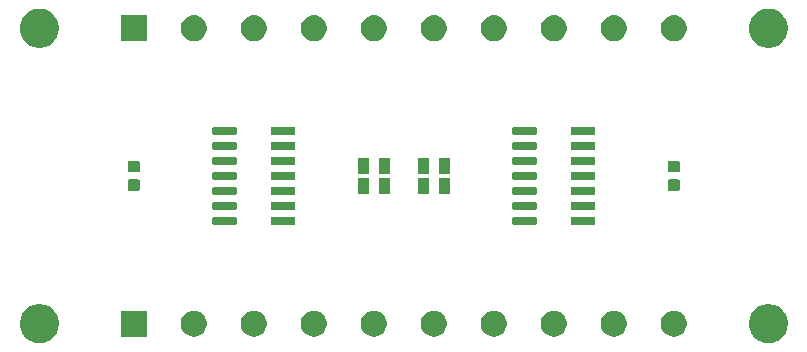
<source format=gbr>
G04 #@! TF.GenerationSoftware,KiCad,Pcbnew,(5.1.5)-3*
G04 #@! TF.CreationDate,2020-08-30T12:24:17-07:00*
G04 #@! TF.ProjectId,comparator,636f6d70-6172-4617-946f-722e6b696361,rev?*
G04 #@! TF.SameCoordinates,Original*
G04 #@! TF.FileFunction,Soldermask,Top*
G04 #@! TF.FilePolarity,Negative*
%FSLAX46Y46*%
G04 Gerber Fmt 4.6, Leading zero omitted, Abs format (unit mm)*
G04 Created by KiCad (PCBNEW (5.1.5)-3) date 2020-08-30 12:24:17*
%MOMM*%
%LPD*%
G04 APERTURE LIST*
%ADD10C,0.100000*%
G04 APERTURE END LIST*
D10*
G36*
X154095256Y-123391298D02*
G01*
X154201579Y-123412447D01*
X154502042Y-123536903D01*
X154772451Y-123717585D01*
X155002415Y-123947549D01*
X155002416Y-123947551D01*
X155183098Y-124217960D01*
X155307553Y-124518422D01*
X155371000Y-124837389D01*
X155371000Y-125162611D01*
X155339464Y-125321150D01*
X155307553Y-125481579D01*
X155183097Y-125782042D01*
X155002415Y-126052451D01*
X154772451Y-126282415D01*
X154502042Y-126463097D01*
X154201579Y-126587553D01*
X154095256Y-126608702D01*
X153882611Y-126651000D01*
X153557389Y-126651000D01*
X153344744Y-126608702D01*
X153238421Y-126587553D01*
X152937958Y-126463097D01*
X152667549Y-126282415D01*
X152437585Y-126052451D01*
X152256903Y-125782042D01*
X152132447Y-125481579D01*
X152100536Y-125321150D01*
X152069000Y-125162611D01*
X152069000Y-124837389D01*
X152132447Y-124518422D01*
X152256902Y-124217960D01*
X152437584Y-123947551D01*
X152437585Y-123947549D01*
X152667549Y-123717585D01*
X152937958Y-123536903D01*
X153238421Y-123412447D01*
X153344744Y-123391298D01*
X153557389Y-123349000D01*
X153882611Y-123349000D01*
X154095256Y-123391298D01*
G37*
G36*
X92375256Y-123391298D02*
G01*
X92481579Y-123412447D01*
X92782042Y-123536903D01*
X93052451Y-123717585D01*
X93282415Y-123947549D01*
X93282416Y-123947551D01*
X93463098Y-124217960D01*
X93587553Y-124518422D01*
X93651000Y-124837389D01*
X93651000Y-125162611D01*
X93619464Y-125321150D01*
X93587553Y-125481579D01*
X93463097Y-125782042D01*
X93282415Y-126052451D01*
X93052451Y-126282415D01*
X92782042Y-126463097D01*
X92481579Y-126587553D01*
X92375256Y-126608702D01*
X92162611Y-126651000D01*
X91837389Y-126651000D01*
X91624744Y-126608702D01*
X91518421Y-126587553D01*
X91217958Y-126463097D01*
X90947549Y-126282415D01*
X90717585Y-126052451D01*
X90536903Y-125782042D01*
X90412447Y-125481579D01*
X90380536Y-125321150D01*
X90349000Y-125162611D01*
X90349000Y-124837389D01*
X90412447Y-124518422D01*
X90536902Y-124217960D01*
X90717584Y-123947551D01*
X90717585Y-123947549D01*
X90947549Y-123717585D01*
X91217958Y-123536903D01*
X91518421Y-123412447D01*
X91624744Y-123391298D01*
X91837389Y-123349000D01*
X92162611Y-123349000D01*
X92375256Y-123391298D01*
G37*
G36*
X140854794Y-123920155D02*
G01*
X140961150Y-123941311D01*
X141061334Y-123982809D01*
X141161520Y-124024307D01*
X141341844Y-124144795D01*
X141495205Y-124298156D01*
X141615693Y-124478480D01*
X141698689Y-124678851D01*
X141741000Y-124891560D01*
X141741000Y-125108440D01*
X141698689Y-125321149D01*
X141615693Y-125521520D01*
X141495205Y-125701844D01*
X141341844Y-125855205D01*
X141161520Y-125975693D01*
X140961150Y-126058689D01*
X140854795Y-126079844D01*
X140748440Y-126101000D01*
X140531560Y-126101000D01*
X140425205Y-126079844D01*
X140318850Y-126058689D01*
X140118480Y-125975693D01*
X139938156Y-125855205D01*
X139784795Y-125701844D01*
X139664307Y-125521520D01*
X139581311Y-125321149D01*
X139539000Y-125108440D01*
X139539000Y-124891560D01*
X139581311Y-124678851D01*
X139664307Y-124478480D01*
X139784795Y-124298156D01*
X139938156Y-124144795D01*
X140118480Y-124024307D01*
X140218666Y-123982809D01*
X140318850Y-123941311D01*
X140425206Y-123920155D01*
X140531560Y-123899000D01*
X140748440Y-123899000D01*
X140854794Y-123920155D01*
G37*
G36*
X135774794Y-123920155D02*
G01*
X135881150Y-123941311D01*
X135981334Y-123982809D01*
X136081520Y-124024307D01*
X136261844Y-124144795D01*
X136415205Y-124298156D01*
X136535693Y-124478480D01*
X136618689Y-124678851D01*
X136661000Y-124891560D01*
X136661000Y-125108440D01*
X136618689Y-125321149D01*
X136535693Y-125521520D01*
X136415205Y-125701844D01*
X136261844Y-125855205D01*
X136081520Y-125975693D01*
X135881150Y-126058689D01*
X135774795Y-126079844D01*
X135668440Y-126101000D01*
X135451560Y-126101000D01*
X135345205Y-126079844D01*
X135238850Y-126058689D01*
X135038480Y-125975693D01*
X134858156Y-125855205D01*
X134704795Y-125701844D01*
X134584307Y-125521520D01*
X134501311Y-125321149D01*
X134459000Y-125108440D01*
X134459000Y-124891560D01*
X134501311Y-124678851D01*
X134584307Y-124478480D01*
X134704795Y-124298156D01*
X134858156Y-124144795D01*
X135038480Y-124024307D01*
X135138666Y-123982809D01*
X135238850Y-123941311D01*
X135345206Y-123920155D01*
X135451560Y-123899000D01*
X135668440Y-123899000D01*
X135774794Y-123920155D01*
G37*
G36*
X130694794Y-123920155D02*
G01*
X130801150Y-123941311D01*
X130901334Y-123982809D01*
X131001520Y-124024307D01*
X131181844Y-124144795D01*
X131335205Y-124298156D01*
X131455693Y-124478480D01*
X131538689Y-124678851D01*
X131581000Y-124891560D01*
X131581000Y-125108440D01*
X131538689Y-125321149D01*
X131455693Y-125521520D01*
X131335205Y-125701844D01*
X131181844Y-125855205D01*
X131001520Y-125975693D01*
X130801150Y-126058689D01*
X130694795Y-126079844D01*
X130588440Y-126101000D01*
X130371560Y-126101000D01*
X130265205Y-126079844D01*
X130158850Y-126058689D01*
X129958480Y-125975693D01*
X129778156Y-125855205D01*
X129624795Y-125701844D01*
X129504307Y-125521520D01*
X129421311Y-125321149D01*
X129379000Y-125108440D01*
X129379000Y-124891560D01*
X129421311Y-124678851D01*
X129504307Y-124478480D01*
X129624795Y-124298156D01*
X129778156Y-124144795D01*
X129958480Y-124024307D01*
X130058666Y-123982809D01*
X130158850Y-123941311D01*
X130265206Y-123920155D01*
X130371560Y-123899000D01*
X130588440Y-123899000D01*
X130694794Y-123920155D01*
G37*
G36*
X125614794Y-123920155D02*
G01*
X125721150Y-123941311D01*
X125821334Y-123982809D01*
X125921520Y-124024307D01*
X126101844Y-124144795D01*
X126255205Y-124298156D01*
X126375693Y-124478480D01*
X126458689Y-124678851D01*
X126501000Y-124891560D01*
X126501000Y-125108440D01*
X126458689Y-125321149D01*
X126375693Y-125521520D01*
X126255205Y-125701844D01*
X126101844Y-125855205D01*
X125921520Y-125975693D01*
X125721150Y-126058689D01*
X125614795Y-126079844D01*
X125508440Y-126101000D01*
X125291560Y-126101000D01*
X125185205Y-126079844D01*
X125078850Y-126058689D01*
X124878480Y-125975693D01*
X124698156Y-125855205D01*
X124544795Y-125701844D01*
X124424307Y-125521520D01*
X124341311Y-125321149D01*
X124299000Y-125108440D01*
X124299000Y-124891560D01*
X124341311Y-124678851D01*
X124424307Y-124478480D01*
X124544795Y-124298156D01*
X124698156Y-124144795D01*
X124878480Y-124024307D01*
X124978666Y-123982809D01*
X125078850Y-123941311D01*
X125185206Y-123920155D01*
X125291560Y-123899000D01*
X125508440Y-123899000D01*
X125614794Y-123920155D01*
G37*
G36*
X120534794Y-123920155D02*
G01*
X120641150Y-123941311D01*
X120741334Y-123982809D01*
X120841520Y-124024307D01*
X121021844Y-124144795D01*
X121175205Y-124298156D01*
X121295693Y-124478480D01*
X121378689Y-124678851D01*
X121421000Y-124891560D01*
X121421000Y-125108440D01*
X121378689Y-125321149D01*
X121295693Y-125521520D01*
X121175205Y-125701844D01*
X121021844Y-125855205D01*
X120841520Y-125975693D01*
X120641150Y-126058689D01*
X120534795Y-126079844D01*
X120428440Y-126101000D01*
X120211560Y-126101000D01*
X120105205Y-126079844D01*
X119998850Y-126058689D01*
X119798480Y-125975693D01*
X119618156Y-125855205D01*
X119464795Y-125701844D01*
X119344307Y-125521520D01*
X119261311Y-125321149D01*
X119219000Y-125108440D01*
X119219000Y-124891560D01*
X119261311Y-124678851D01*
X119344307Y-124478480D01*
X119464795Y-124298156D01*
X119618156Y-124144795D01*
X119798480Y-124024307D01*
X119898666Y-123982809D01*
X119998850Y-123941311D01*
X120105206Y-123920155D01*
X120211560Y-123899000D01*
X120428440Y-123899000D01*
X120534794Y-123920155D01*
G37*
G36*
X115454794Y-123920155D02*
G01*
X115561150Y-123941311D01*
X115661334Y-123982809D01*
X115761520Y-124024307D01*
X115941844Y-124144795D01*
X116095205Y-124298156D01*
X116215693Y-124478480D01*
X116298689Y-124678851D01*
X116341000Y-124891560D01*
X116341000Y-125108440D01*
X116298689Y-125321149D01*
X116215693Y-125521520D01*
X116095205Y-125701844D01*
X115941844Y-125855205D01*
X115761520Y-125975693D01*
X115561150Y-126058689D01*
X115454795Y-126079844D01*
X115348440Y-126101000D01*
X115131560Y-126101000D01*
X115025205Y-126079844D01*
X114918850Y-126058689D01*
X114718480Y-125975693D01*
X114538156Y-125855205D01*
X114384795Y-125701844D01*
X114264307Y-125521520D01*
X114181311Y-125321149D01*
X114139000Y-125108440D01*
X114139000Y-124891560D01*
X114181311Y-124678851D01*
X114264307Y-124478480D01*
X114384795Y-124298156D01*
X114538156Y-124144795D01*
X114718480Y-124024307D01*
X114818666Y-123982809D01*
X114918850Y-123941311D01*
X115025206Y-123920155D01*
X115131560Y-123899000D01*
X115348440Y-123899000D01*
X115454794Y-123920155D01*
G37*
G36*
X110374794Y-123920155D02*
G01*
X110481150Y-123941311D01*
X110581334Y-123982809D01*
X110681520Y-124024307D01*
X110861844Y-124144795D01*
X111015205Y-124298156D01*
X111135693Y-124478480D01*
X111218689Y-124678851D01*
X111261000Y-124891560D01*
X111261000Y-125108440D01*
X111218689Y-125321149D01*
X111135693Y-125521520D01*
X111015205Y-125701844D01*
X110861844Y-125855205D01*
X110681520Y-125975693D01*
X110481150Y-126058689D01*
X110374795Y-126079844D01*
X110268440Y-126101000D01*
X110051560Y-126101000D01*
X109945205Y-126079844D01*
X109838850Y-126058689D01*
X109638480Y-125975693D01*
X109458156Y-125855205D01*
X109304795Y-125701844D01*
X109184307Y-125521520D01*
X109101311Y-125321149D01*
X109059000Y-125108440D01*
X109059000Y-124891560D01*
X109101311Y-124678851D01*
X109184307Y-124478480D01*
X109304795Y-124298156D01*
X109458156Y-124144795D01*
X109638480Y-124024307D01*
X109738666Y-123982809D01*
X109838850Y-123941311D01*
X109945206Y-123920155D01*
X110051560Y-123899000D01*
X110268440Y-123899000D01*
X110374794Y-123920155D01*
G37*
G36*
X105294794Y-123920155D02*
G01*
X105401150Y-123941311D01*
X105501334Y-123982809D01*
X105601520Y-124024307D01*
X105781844Y-124144795D01*
X105935205Y-124298156D01*
X106055693Y-124478480D01*
X106138689Y-124678851D01*
X106181000Y-124891560D01*
X106181000Y-125108440D01*
X106138689Y-125321149D01*
X106055693Y-125521520D01*
X105935205Y-125701844D01*
X105781844Y-125855205D01*
X105601520Y-125975693D01*
X105401150Y-126058689D01*
X105294795Y-126079844D01*
X105188440Y-126101000D01*
X104971560Y-126101000D01*
X104865205Y-126079844D01*
X104758850Y-126058689D01*
X104558480Y-125975693D01*
X104378156Y-125855205D01*
X104224795Y-125701844D01*
X104104307Y-125521520D01*
X104021311Y-125321149D01*
X103979000Y-125108440D01*
X103979000Y-124891560D01*
X104021311Y-124678851D01*
X104104307Y-124478480D01*
X104224795Y-124298156D01*
X104378156Y-124144795D01*
X104558480Y-124024307D01*
X104658666Y-123982809D01*
X104758850Y-123941311D01*
X104865206Y-123920155D01*
X104971560Y-123899000D01*
X105188440Y-123899000D01*
X105294794Y-123920155D01*
G37*
G36*
X101101000Y-126101000D02*
G01*
X98899000Y-126101000D01*
X98899000Y-123899000D01*
X101101000Y-123899000D01*
X101101000Y-126101000D01*
G37*
G36*
X145934794Y-123920155D02*
G01*
X146041150Y-123941311D01*
X146141334Y-123982809D01*
X146241520Y-124024307D01*
X146421844Y-124144795D01*
X146575205Y-124298156D01*
X146695693Y-124478480D01*
X146778689Y-124678851D01*
X146821000Y-124891560D01*
X146821000Y-125108440D01*
X146778689Y-125321149D01*
X146695693Y-125521520D01*
X146575205Y-125701844D01*
X146421844Y-125855205D01*
X146241520Y-125975693D01*
X146041150Y-126058689D01*
X145934795Y-126079844D01*
X145828440Y-126101000D01*
X145611560Y-126101000D01*
X145505205Y-126079844D01*
X145398850Y-126058689D01*
X145198480Y-125975693D01*
X145018156Y-125855205D01*
X144864795Y-125701844D01*
X144744307Y-125521520D01*
X144661311Y-125321149D01*
X144619000Y-125108440D01*
X144619000Y-124891560D01*
X144661311Y-124678851D01*
X144744307Y-124478480D01*
X144864795Y-124298156D01*
X145018156Y-124144795D01*
X145198480Y-124024307D01*
X145298666Y-123982809D01*
X145398850Y-123941311D01*
X145505206Y-123920155D01*
X145611560Y-123899000D01*
X145828440Y-123899000D01*
X145934794Y-123920155D01*
G37*
G36*
X113569928Y-115961764D02*
G01*
X113591009Y-115968160D01*
X113610445Y-115978548D01*
X113627476Y-115992524D01*
X113641452Y-116009555D01*
X113651840Y-116028991D01*
X113658236Y-116050072D01*
X113661000Y-116078140D01*
X113661000Y-116541860D01*
X113658236Y-116569928D01*
X113651840Y-116591009D01*
X113641452Y-116610445D01*
X113627476Y-116627476D01*
X113610445Y-116641452D01*
X113591009Y-116651840D01*
X113569928Y-116658236D01*
X113541860Y-116661000D01*
X111728140Y-116661000D01*
X111700072Y-116658236D01*
X111678991Y-116651840D01*
X111659555Y-116641452D01*
X111642524Y-116627476D01*
X111628548Y-116610445D01*
X111618160Y-116591009D01*
X111611764Y-116569928D01*
X111609000Y-116541860D01*
X111609000Y-116078140D01*
X111611764Y-116050072D01*
X111618160Y-116028991D01*
X111628548Y-116009555D01*
X111642524Y-115992524D01*
X111659555Y-115978548D01*
X111678991Y-115968160D01*
X111700072Y-115961764D01*
X111728140Y-115959000D01*
X113541860Y-115959000D01*
X113569928Y-115961764D01*
G37*
G36*
X108619928Y-115961764D02*
G01*
X108641009Y-115968160D01*
X108660445Y-115978548D01*
X108677476Y-115992524D01*
X108691452Y-116009555D01*
X108701840Y-116028991D01*
X108708236Y-116050072D01*
X108711000Y-116078140D01*
X108711000Y-116541860D01*
X108708236Y-116569928D01*
X108701840Y-116591009D01*
X108691452Y-116610445D01*
X108677476Y-116627476D01*
X108660445Y-116641452D01*
X108641009Y-116651840D01*
X108619928Y-116658236D01*
X108591860Y-116661000D01*
X106778140Y-116661000D01*
X106750072Y-116658236D01*
X106728991Y-116651840D01*
X106709555Y-116641452D01*
X106692524Y-116627476D01*
X106678548Y-116610445D01*
X106668160Y-116591009D01*
X106661764Y-116569928D01*
X106659000Y-116541860D01*
X106659000Y-116078140D01*
X106661764Y-116050072D01*
X106668160Y-116028991D01*
X106678548Y-116009555D01*
X106692524Y-115992524D01*
X106709555Y-115978548D01*
X106728991Y-115968160D01*
X106750072Y-115961764D01*
X106778140Y-115959000D01*
X108591860Y-115959000D01*
X108619928Y-115961764D01*
G37*
G36*
X138969928Y-115961764D02*
G01*
X138991009Y-115968160D01*
X139010445Y-115978548D01*
X139027476Y-115992524D01*
X139041452Y-116009555D01*
X139051840Y-116028991D01*
X139058236Y-116050072D01*
X139061000Y-116078140D01*
X139061000Y-116541860D01*
X139058236Y-116569928D01*
X139051840Y-116591009D01*
X139041452Y-116610445D01*
X139027476Y-116627476D01*
X139010445Y-116641452D01*
X138991009Y-116651840D01*
X138969928Y-116658236D01*
X138941860Y-116661000D01*
X137128140Y-116661000D01*
X137100072Y-116658236D01*
X137078991Y-116651840D01*
X137059555Y-116641452D01*
X137042524Y-116627476D01*
X137028548Y-116610445D01*
X137018160Y-116591009D01*
X137011764Y-116569928D01*
X137009000Y-116541860D01*
X137009000Y-116078140D01*
X137011764Y-116050072D01*
X137018160Y-116028991D01*
X137028548Y-116009555D01*
X137042524Y-115992524D01*
X137059555Y-115978548D01*
X137078991Y-115968160D01*
X137100072Y-115961764D01*
X137128140Y-115959000D01*
X138941860Y-115959000D01*
X138969928Y-115961764D01*
G37*
G36*
X134019928Y-115961764D02*
G01*
X134041009Y-115968160D01*
X134060445Y-115978548D01*
X134077476Y-115992524D01*
X134091452Y-116009555D01*
X134101840Y-116028991D01*
X134108236Y-116050072D01*
X134111000Y-116078140D01*
X134111000Y-116541860D01*
X134108236Y-116569928D01*
X134101840Y-116591009D01*
X134091452Y-116610445D01*
X134077476Y-116627476D01*
X134060445Y-116641452D01*
X134041009Y-116651840D01*
X134019928Y-116658236D01*
X133991860Y-116661000D01*
X132178140Y-116661000D01*
X132150072Y-116658236D01*
X132128991Y-116651840D01*
X132109555Y-116641452D01*
X132092524Y-116627476D01*
X132078548Y-116610445D01*
X132068160Y-116591009D01*
X132061764Y-116569928D01*
X132059000Y-116541860D01*
X132059000Y-116078140D01*
X132061764Y-116050072D01*
X132068160Y-116028991D01*
X132078548Y-116009555D01*
X132092524Y-115992524D01*
X132109555Y-115978548D01*
X132128991Y-115968160D01*
X132150072Y-115961764D01*
X132178140Y-115959000D01*
X133991860Y-115959000D01*
X134019928Y-115961764D01*
G37*
G36*
X134019928Y-114691764D02*
G01*
X134041009Y-114698160D01*
X134060445Y-114708548D01*
X134077476Y-114722524D01*
X134091452Y-114739555D01*
X134101840Y-114758991D01*
X134108236Y-114780072D01*
X134111000Y-114808140D01*
X134111000Y-115271860D01*
X134108236Y-115299928D01*
X134101840Y-115321009D01*
X134091452Y-115340445D01*
X134077476Y-115357476D01*
X134060445Y-115371452D01*
X134041009Y-115381840D01*
X134019928Y-115388236D01*
X133991860Y-115391000D01*
X132178140Y-115391000D01*
X132150072Y-115388236D01*
X132128991Y-115381840D01*
X132109555Y-115371452D01*
X132092524Y-115357476D01*
X132078548Y-115340445D01*
X132068160Y-115321009D01*
X132061764Y-115299928D01*
X132059000Y-115271860D01*
X132059000Y-114808140D01*
X132061764Y-114780072D01*
X132068160Y-114758991D01*
X132078548Y-114739555D01*
X132092524Y-114722524D01*
X132109555Y-114708548D01*
X132128991Y-114698160D01*
X132150072Y-114691764D01*
X132178140Y-114689000D01*
X133991860Y-114689000D01*
X134019928Y-114691764D01*
G37*
G36*
X138969928Y-114691764D02*
G01*
X138991009Y-114698160D01*
X139010445Y-114708548D01*
X139027476Y-114722524D01*
X139041452Y-114739555D01*
X139051840Y-114758991D01*
X139058236Y-114780072D01*
X139061000Y-114808140D01*
X139061000Y-115271860D01*
X139058236Y-115299928D01*
X139051840Y-115321009D01*
X139041452Y-115340445D01*
X139027476Y-115357476D01*
X139010445Y-115371452D01*
X138991009Y-115381840D01*
X138969928Y-115388236D01*
X138941860Y-115391000D01*
X137128140Y-115391000D01*
X137100072Y-115388236D01*
X137078991Y-115381840D01*
X137059555Y-115371452D01*
X137042524Y-115357476D01*
X137028548Y-115340445D01*
X137018160Y-115321009D01*
X137011764Y-115299928D01*
X137009000Y-115271860D01*
X137009000Y-114808140D01*
X137011764Y-114780072D01*
X137018160Y-114758991D01*
X137028548Y-114739555D01*
X137042524Y-114722524D01*
X137059555Y-114708548D01*
X137078991Y-114698160D01*
X137100072Y-114691764D01*
X137128140Y-114689000D01*
X138941860Y-114689000D01*
X138969928Y-114691764D01*
G37*
G36*
X113569928Y-114691764D02*
G01*
X113591009Y-114698160D01*
X113610445Y-114708548D01*
X113627476Y-114722524D01*
X113641452Y-114739555D01*
X113651840Y-114758991D01*
X113658236Y-114780072D01*
X113661000Y-114808140D01*
X113661000Y-115271860D01*
X113658236Y-115299928D01*
X113651840Y-115321009D01*
X113641452Y-115340445D01*
X113627476Y-115357476D01*
X113610445Y-115371452D01*
X113591009Y-115381840D01*
X113569928Y-115388236D01*
X113541860Y-115391000D01*
X111728140Y-115391000D01*
X111700072Y-115388236D01*
X111678991Y-115381840D01*
X111659555Y-115371452D01*
X111642524Y-115357476D01*
X111628548Y-115340445D01*
X111618160Y-115321009D01*
X111611764Y-115299928D01*
X111609000Y-115271860D01*
X111609000Y-114808140D01*
X111611764Y-114780072D01*
X111618160Y-114758991D01*
X111628548Y-114739555D01*
X111642524Y-114722524D01*
X111659555Y-114708548D01*
X111678991Y-114698160D01*
X111700072Y-114691764D01*
X111728140Y-114689000D01*
X113541860Y-114689000D01*
X113569928Y-114691764D01*
G37*
G36*
X108619928Y-114691764D02*
G01*
X108641009Y-114698160D01*
X108660445Y-114708548D01*
X108677476Y-114722524D01*
X108691452Y-114739555D01*
X108701840Y-114758991D01*
X108708236Y-114780072D01*
X108711000Y-114808140D01*
X108711000Y-115271860D01*
X108708236Y-115299928D01*
X108701840Y-115321009D01*
X108691452Y-115340445D01*
X108677476Y-115357476D01*
X108660445Y-115371452D01*
X108641009Y-115381840D01*
X108619928Y-115388236D01*
X108591860Y-115391000D01*
X106778140Y-115391000D01*
X106750072Y-115388236D01*
X106728991Y-115381840D01*
X106709555Y-115371452D01*
X106692524Y-115357476D01*
X106678548Y-115340445D01*
X106668160Y-115321009D01*
X106661764Y-115299928D01*
X106659000Y-115271860D01*
X106659000Y-114808140D01*
X106661764Y-114780072D01*
X106668160Y-114758991D01*
X106678548Y-114739555D01*
X106692524Y-114722524D01*
X106709555Y-114708548D01*
X106728991Y-114698160D01*
X106750072Y-114691764D01*
X106778140Y-114689000D01*
X108591860Y-114689000D01*
X108619928Y-114691764D01*
G37*
G36*
X134019928Y-113421764D02*
G01*
X134041009Y-113428160D01*
X134060445Y-113438548D01*
X134077476Y-113452524D01*
X134091452Y-113469555D01*
X134101840Y-113488991D01*
X134108236Y-113510072D01*
X134111000Y-113538140D01*
X134111000Y-114001860D01*
X134108236Y-114029928D01*
X134101840Y-114051009D01*
X134091452Y-114070445D01*
X134077476Y-114087476D01*
X134060445Y-114101452D01*
X134041009Y-114111840D01*
X134019928Y-114118236D01*
X133991860Y-114121000D01*
X132178140Y-114121000D01*
X132150072Y-114118236D01*
X132128991Y-114111840D01*
X132109555Y-114101452D01*
X132092524Y-114087476D01*
X132078548Y-114070445D01*
X132068160Y-114051009D01*
X132061764Y-114029928D01*
X132059000Y-114001860D01*
X132059000Y-113538140D01*
X132061764Y-113510072D01*
X132068160Y-113488991D01*
X132078548Y-113469555D01*
X132092524Y-113452524D01*
X132109555Y-113438548D01*
X132128991Y-113428160D01*
X132150072Y-113421764D01*
X132178140Y-113419000D01*
X133991860Y-113419000D01*
X134019928Y-113421764D01*
G37*
G36*
X113569928Y-113421764D02*
G01*
X113591009Y-113428160D01*
X113610445Y-113438548D01*
X113627476Y-113452524D01*
X113641452Y-113469555D01*
X113651840Y-113488991D01*
X113658236Y-113510072D01*
X113661000Y-113538140D01*
X113661000Y-114001860D01*
X113658236Y-114029928D01*
X113651840Y-114051009D01*
X113641452Y-114070445D01*
X113627476Y-114087476D01*
X113610445Y-114101452D01*
X113591009Y-114111840D01*
X113569928Y-114118236D01*
X113541860Y-114121000D01*
X111728140Y-114121000D01*
X111700072Y-114118236D01*
X111678991Y-114111840D01*
X111659555Y-114101452D01*
X111642524Y-114087476D01*
X111628548Y-114070445D01*
X111618160Y-114051009D01*
X111611764Y-114029928D01*
X111609000Y-114001860D01*
X111609000Y-113538140D01*
X111611764Y-113510072D01*
X111618160Y-113488991D01*
X111628548Y-113469555D01*
X111642524Y-113452524D01*
X111659555Y-113438548D01*
X111678991Y-113428160D01*
X111700072Y-113421764D01*
X111728140Y-113419000D01*
X113541860Y-113419000D01*
X113569928Y-113421764D01*
G37*
G36*
X138969928Y-113421764D02*
G01*
X138991009Y-113428160D01*
X139010445Y-113438548D01*
X139027476Y-113452524D01*
X139041452Y-113469555D01*
X139051840Y-113488991D01*
X139058236Y-113510072D01*
X139061000Y-113538140D01*
X139061000Y-114001860D01*
X139058236Y-114029928D01*
X139051840Y-114051009D01*
X139041452Y-114070445D01*
X139027476Y-114087476D01*
X139010445Y-114101452D01*
X138991009Y-114111840D01*
X138969928Y-114118236D01*
X138941860Y-114121000D01*
X137128140Y-114121000D01*
X137100072Y-114118236D01*
X137078991Y-114111840D01*
X137059555Y-114101452D01*
X137042524Y-114087476D01*
X137028548Y-114070445D01*
X137018160Y-114051009D01*
X137011764Y-114029928D01*
X137009000Y-114001860D01*
X137009000Y-113538140D01*
X137011764Y-113510072D01*
X137018160Y-113488991D01*
X137028548Y-113469555D01*
X137042524Y-113452524D01*
X137059555Y-113438548D01*
X137078991Y-113428160D01*
X137100072Y-113421764D01*
X137128140Y-113419000D01*
X138941860Y-113419000D01*
X138969928Y-113421764D01*
G37*
G36*
X108619928Y-113421764D02*
G01*
X108641009Y-113428160D01*
X108660445Y-113438548D01*
X108677476Y-113452524D01*
X108691452Y-113469555D01*
X108701840Y-113488991D01*
X108708236Y-113510072D01*
X108711000Y-113538140D01*
X108711000Y-114001860D01*
X108708236Y-114029928D01*
X108701840Y-114051009D01*
X108691452Y-114070445D01*
X108677476Y-114087476D01*
X108660445Y-114101452D01*
X108641009Y-114111840D01*
X108619928Y-114118236D01*
X108591860Y-114121000D01*
X106778140Y-114121000D01*
X106750072Y-114118236D01*
X106728991Y-114111840D01*
X106709555Y-114101452D01*
X106692524Y-114087476D01*
X106678548Y-114070445D01*
X106668160Y-114051009D01*
X106661764Y-114029928D01*
X106659000Y-114001860D01*
X106659000Y-113538140D01*
X106661764Y-113510072D01*
X106668160Y-113488991D01*
X106678548Y-113469555D01*
X106692524Y-113452524D01*
X106709555Y-113438548D01*
X106728991Y-113428160D01*
X106750072Y-113421764D01*
X106778140Y-113419000D01*
X108591860Y-113419000D01*
X108619928Y-113421764D01*
G37*
G36*
X126751000Y-114001000D02*
G01*
X125849000Y-114001000D01*
X125849000Y-112649000D01*
X126751000Y-112649000D01*
X126751000Y-114001000D01*
G37*
G36*
X124951000Y-114001000D02*
G01*
X124049000Y-114001000D01*
X124049000Y-112649000D01*
X124951000Y-112649000D01*
X124951000Y-114001000D01*
G37*
G36*
X121671000Y-114001000D02*
G01*
X120769000Y-114001000D01*
X120769000Y-112649000D01*
X121671000Y-112649000D01*
X121671000Y-114001000D01*
G37*
G36*
X119871000Y-114001000D02*
G01*
X118969000Y-114001000D01*
X118969000Y-112649000D01*
X119871000Y-112649000D01*
X119871000Y-114001000D01*
G37*
G36*
X146099591Y-112803085D02*
G01*
X146133569Y-112813393D01*
X146164890Y-112830134D01*
X146192339Y-112852661D01*
X146214866Y-112880110D01*
X146231607Y-112911431D01*
X146241915Y-112945409D01*
X146246000Y-112986890D01*
X146246000Y-113588110D01*
X146241915Y-113629591D01*
X146231607Y-113663569D01*
X146214866Y-113694890D01*
X146192339Y-113722339D01*
X146164890Y-113744866D01*
X146133569Y-113761607D01*
X146099591Y-113771915D01*
X146058110Y-113776000D01*
X145381890Y-113776000D01*
X145340409Y-113771915D01*
X145306431Y-113761607D01*
X145275110Y-113744866D01*
X145247661Y-113722339D01*
X145225134Y-113694890D01*
X145208393Y-113663569D01*
X145198085Y-113629591D01*
X145194000Y-113588110D01*
X145194000Y-112986890D01*
X145198085Y-112945409D01*
X145208393Y-112911431D01*
X145225134Y-112880110D01*
X145247661Y-112852661D01*
X145275110Y-112830134D01*
X145306431Y-112813393D01*
X145340409Y-112803085D01*
X145381890Y-112799000D01*
X146058110Y-112799000D01*
X146099591Y-112803085D01*
G37*
G36*
X100379591Y-112803085D02*
G01*
X100413569Y-112813393D01*
X100444890Y-112830134D01*
X100472339Y-112852661D01*
X100494866Y-112880110D01*
X100511607Y-112911431D01*
X100521915Y-112945409D01*
X100526000Y-112986890D01*
X100526000Y-113588110D01*
X100521915Y-113629591D01*
X100511607Y-113663569D01*
X100494866Y-113694890D01*
X100472339Y-113722339D01*
X100444890Y-113744866D01*
X100413569Y-113761607D01*
X100379591Y-113771915D01*
X100338110Y-113776000D01*
X99661890Y-113776000D01*
X99620409Y-113771915D01*
X99586431Y-113761607D01*
X99555110Y-113744866D01*
X99527661Y-113722339D01*
X99505134Y-113694890D01*
X99488393Y-113663569D01*
X99478085Y-113629591D01*
X99474000Y-113588110D01*
X99474000Y-112986890D01*
X99478085Y-112945409D01*
X99488393Y-112911431D01*
X99505134Y-112880110D01*
X99527661Y-112852661D01*
X99555110Y-112830134D01*
X99586431Y-112813393D01*
X99620409Y-112803085D01*
X99661890Y-112799000D01*
X100338110Y-112799000D01*
X100379591Y-112803085D01*
G37*
G36*
X113569928Y-112151764D02*
G01*
X113591009Y-112158160D01*
X113610445Y-112168548D01*
X113627476Y-112182524D01*
X113641452Y-112199555D01*
X113651840Y-112218991D01*
X113658236Y-112240072D01*
X113661000Y-112268140D01*
X113661000Y-112731860D01*
X113658236Y-112759928D01*
X113651840Y-112781009D01*
X113641452Y-112800445D01*
X113627476Y-112817476D01*
X113610445Y-112831452D01*
X113591009Y-112841840D01*
X113569928Y-112848236D01*
X113541860Y-112851000D01*
X111728140Y-112851000D01*
X111700072Y-112848236D01*
X111678991Y-112841840D01*
X111659555Y-112831452D01*
X111642524Y-112817476D01*
X111628548Y-112800445D01*
X111618160Y-112781009D01*
X111611764Y-112759928D01*
X111609000Y-112731860D01*
X111609000Y-112268140D01*
X111611764Y-112240072D01*
X111618160Y-112218991D01*
X111628548Y-112199555D01*
X111642524Y-112182524D01*
X111659555Y-112168548D01*
X111678991Y-112158160D01*
X111700072Y-112151764D01*
X111728140Y-112149000D01*
X113541860Y-112149000D01*
X113569928Y-112151764D01*
G37*
G36*
X134019928Y-112151764D02*
G01*
X134041009Y-112158160D01*
X134060445Y-112168548D01*
X134077476Y-112182524D01*
X134091452Y-112199555D01*
X134101840Y-112218991D01*
X134108236Y-112240072D01*
X134111000Y-112268140D01*
X134111000Y-112731860D01*
X134108236Y-112759928D01*
X134101840Y-112781009D01*
X134091452Y-112800445D01*
X134077476Y-112817476D01*
X134060445Y-112831452D01*
X134041009Y-112841840D01*
X134019928Y-112848236D01*
X133991860Y-112851000D01*
X132178140Y-112851000D01*
X132150072Y-112848236D01*
X132128991Y-112841840D01*
X132109555Y-112831452D01*
X132092524Y-112817476D01*
X132078548Y-112800445D01*
X132068160Y-112781009D01*
X132061764Y-112759928D01*
X132059000Y-112731860D01*
X132059000Y-112268140D01*
X132061764Y-112240072D01*
X132068160Y-112218991D01*
X132078548Y-112199555D01*
X132092524Y-112182524D01*
X132109555Y-112168548D01*
X132128991Y-112158160D01*
X132150072Y-112151764D01*
X132178140Y-112149000D01*
X133991860Y-112149000D01*
X134019928Y-112151764D01*
G37*
G36*
X108619928Y-112151764D02*
G01*
X108641009Y-112158160D01*
X108660445Y-112168548D01*
X108677476Y-112182524D01*
X108691452Y-112199555D01*
X108701840Y-112218991D01*
X108708236Y-112240072D01*
X108711000Y-112268140D01*
X108711000Y-112731860D01*
X108708236Y-112759928D01*
X108701840Y-112781009D01*
X108691452Y-112800445D01*
X108677476Y-112817476D01*
X108660445Y-112831452D01*
X108641009Y-112841840D01*
X108619928Y-112848236D01*
X108591860Y-112851000D01*
X106778140Y-112851000D01*
X106750072Y-112848236D01*
X106728991Y-112841840D01*
X106709555Y-112831452D01*
X106692524Y-112817476D01*
X106678548Y-112800445D01*
X106668160Y-112781009D01*
X106661764Y-112759928D01*
X106659000Y-112731860D01*
X106659000Y-112268140D01*
X106661764Y-112240072D01*
X106668160Y-112218991D01*
X106678548Y-112199555D01*
X106692524Y-112182524D01*
X106709555Y-112168548D01*
X106728991Y-112158160D01*
X106750072Y-112151764D01*
X106778140Y-112149000D01*
X108591860Y-112149000D01*
X108619928Y-112151764D01*
G37*
G36*
X138969928Y-112151764D02*
G01*
X138991009Y-112158160D01*
X139010445Y-112168548D01*
X139027476Y-112182524D01*
X139041452Y-112199555D01*
X139051840Y-112218991D01*
X139058236Y-112240072D01*
X139061000Y-112268140D01*
X139061000Y-112731860D01*
X139058236Y-112759928D01*
X139051840Y-112781009D01*
X139041452Y-112800445D01*
X139027476Y-112817476D01*
X139010445Y-112831452D01*
X138991009Y-112841840D01*
X138969928Y-112848236D01*
X138941860Y-112851000D01*
X137128140Y-112851000D01*
X137100072Y-112848236D01*
X137078991Y-112841840D01*
X137059555Y-112831452D01*
X137042524Y-112817476D01*
X137028548Y-112800445D01*
X137018160Y-112781009D01*
X137011764Y-112759928D01*
X137009000Y-112731860D01*
X137009000Y-112268140D01*
X137011764Y-112240072D01*
X137018160Y-112218991D01*
X137028548Y-112199555D01*
X137042524Y-112182524D01*
X137059555Y-112168548D01*
X137078991Y-112158160D01*
X137100072Y-112151764D01*
X137128140Y-112149000D01*
X138941860Y-112149000D01*
X138969928Y-112151764D01*
G37*
G36*
X126751000Y-112351000D02*
G01*
X125849000Y-112351000D01*
X125849000Y-110999000D01*
X126751000Y-110999000D01*
X126751000Y-112351000D01*
G37*
G36*
X124951000Y-112351000D02*
G01*
X124049000Y-112351000D01*
X124049000Y-110999000D01*
X124951000Y-110999000D01*
X124951000Y-112351000D01*
G37*
G36*
X121671000Y-112351000D02*
G01*
X120769000Y-112351000D01*
X120769000Y-110999000D01*
X121671000Y-110999000D01*
X121671000Y-112351000D01*
G37*
G36*
X119871000Y-112351000D02*
G01*
X118969000Y-112351000D01*
X118969000Y-110999000D01*
X119871000Y-110999000D01*
X119871000Y-112351000D01*
G37*
G36*
X100379591Y-111228085D02*
G01*
X100413569Y-111238393D01*
X100444890Y-111255134D01*
X100472339Y-111277661D01*
X100494866Y-111305110D01*
X100511607Y-111336431D01*
X100521915Y-111370409D01*
X100526000Y-111411890D01*
X100526000Y-112013110D01*
X100521915Y-112054591D01*
X100511607Y-112088569D01*
X100494866Y-112119890D01*
X100472339Y-112147339D01*
X100444890Y-112169866D01*
X100413569Y-112186607D01*
X100379591Y-112196915D01*
X100338110Y-112201000D01*
X99661890Y-112201000D01*
X99620409Y-112196915D01*
X99586431Y-112186607D01*
X99555110Y-112169866D01*
X99527661Y-112147339D01*
X99505134Y-112119890D01*
X99488393Y-112088569D01*
X99478085Y-112054591D01*
X99474000Y-112013110D01*
X99474000Y-111411890D01*
X99478085Y-111370409D01*
X99488393Y-111336431D01*
X99505134Y-111305110D01*
X99527661Y-111277661D01*
X99555110Y-111255134D01*
X99586431Y-111238393D01*
X99620409Y-111228085D01*
X99661890Y-111224000D01*
X100338110Y-111224000D01*
X100379591Y-111228085D01*
G37*
G36*
X146099591Y-111228085D02*
G01*
X146133569Y-111238393D01*
X146164890Y-111255134D01*
X146192339Y-111277661D01*
X146214866Y-111305110D01*
X146231607Y-111336431D01*
X146241915Y-111370409D01*
X146246000Y-111411890D01*
X146246000Y-112013110D01*
X146241915Y-112054591D01*
X146231607Y-112088569D01*
X146214866Y-112119890D01*
X146192339Y-112147339D01*
X146164890Y-112169866D01*
X146133569Y-112186607D01*
X146099591Y-112196915D01*
X146058110Y-112201000D01*
X145381890Y-112201000D01*
X145340409Y-112196915D01*
X145306431Y-112186607D01*
X145275110Y-112169866D01*
X145247661Y-112147339D01*
X145225134Y-112119890D01*
X145208393Y-112088569D01*
X145198085Y-112054591D01*
X145194000Y-112013110D01*
X145194000Y-111411890D01*
X145198085Y-111370409D01*
X145208393Y-111336431D01*
X145225134Y-111305110D01*
X145247661Y-111277661D01*
X145275110Y-111255134D01*
X145306431Y-111238393D01*
X145340409Y-111228085D01*
X145381890Y-111224000D01*
X146058110Y-111224000D01*
X146099591Y-111228085D01*
G37*
G36*
X138969928Y-110881764D02*
G01*
X138991009Y-110888160D01*
X139010445Y-110898548D01*
X139027476Y-110912524D01*
X139041452Y-110929555D01*
X139051840Y-110948991D01*
X139058236Y-110970072D01*
X139061000Y-110998140D01*
X139061000Y-111461860D01*
X139058236Y-111489928D01*
X139051840Y-111511009D01*
X139041452Y-111530445D01*
X139027476Y-111547476D01*
X139010445Y-111561452D01*
X138991009Y-111571840D01*
X138969928Y-111578236D01*
X138941860Y-111581000D01*
X137128140Y-111581000D01*
X137100072Y-111578236D01*
X137078991Y-111571840D01*
X137059555Y-111561452D01*
X137042524Y-111547476D01*
X137028548Y-111530445D01*
X137018160Y-111511009D01*
X137011764Y-111489928D01*
X137009000Y-111461860D01*
X137009000Y-110998140D01*
X137011764Y-110970072D01*
X137018160Y-110948991D01*
X137028548Y-110929555D01*
X137042524Y-110912524D01*
X137059555Y-110898548D01*
X137078991Y-110888160D01*
X137100072Y-110881764D01*
X137128140Y-110879000D01*
X138941860Y-110879000D01*
X138969928Y-110881764D01*
G37*
G36*
X108619928Y-110881764D02*
G01*
X108641009Y-110888160D01*
X108660445Y-110898548D01*
X108677476Y-110912524D01*
X108691452Y-110929555D01*
X108701840Y-110948991D01*
X108708236Y-110970072D01*
X108711000Y-110998140D01*
X108711000Y-111461860D01*
X108708236Y-111489928D01*
X108701840Y-111511009D01*
X108691452Y-111530445D01*
X108677476Y-111547476D01*
X108660445Y-111561452D01*
X108641009Y-111571840D01*
X108619928Y-111578236D01*
X108591860Y-111581000D01*
X106778140Y-111581000D01*
X106750072Y-111578236D01*
X106728991Y-111571840D01*
X106709555Y-111561452D01*
X106692524Y-111547476D01*
X106678548Y-111530445D01*
X106668160Y-111511009D01*
X106661764Y-111489928D01*
X106659000Y-111461860D01*
X106659000Y-110998140D01*
X106661764Y-110970072D01*
X106668160Y-110948991D01*
X106678548Y-110929555D01*
X106692524Y-110912524D01*
X106709555Y-110898548D01*
X106728991Y-110888160D01*
X106750072Y-110881764D01*
X106778140Y-110879000D01*
X108591860Y-110879000D01*
X108619928Y-110881764D01*
G37*
G36*
X134019928Y-110881764D02*
G01*
X134041009Y-110888160D01*
X134060445Y-110898548D01*
X134077476Y-110912524D01*
X134091452Y-110929555D01*
X134101840Y-110948991D01*
X134108236Y-110970072D01*
X134111000Y-110998140D01*
X134111000Y-111461860D01*
X134108236Y-111489928D01*
X134101840Y-111511009D01*
X134091452Y-111530445D01*
X134077476Y-111547476D01*
X134060445Y-111561452D01*
X134041009Y-111571840D01*
X134019928Y-111578236D01*
X133991860Y-111581000D01*
X132178140Y-111581000D01*
X132150072Y-111578236D01*
X132128991Y-111571840D01*
X132109555Y-111561452D01*
X132092524Y-111547476D01*
X132078548Y-111530445D01*
X132068160Y-111511009D01*
X132061764Y-111489928D01*
X132059000Y-111461860D01*
X132059000Y-110998140D01*
X132061764Y-110970072D01*
X132068160Y-110948991D01*
X132078548Y-110929555D01*
X132092524Y-110912524D01*
X132109555Y-110898548D01*
X132128991Y-110888160D01*
X132150072Y-110881764D01*
X132178140Y-110879000D01*
X133991860Y-110879000D01*
X134019928Y-110881764D01*
G37*
G36*
X113569928Y-110881764D02*
G01*
X113591009Y-110888160D01*
X113610445Y-110898548D01*
X113627476Y-110912524D01*
X113641452Y-110929555D01*
X113651840Y-110948991D01*
X113658236Y-110970072D01*
X113661000Y-110998140D01*
X113661000Y-111461860D01*
X113658236Y-111489928D01*
X113651840Y-111511009D01*
X113641452Y-111530445D01*
X113627476Y-111547476D01*
X113610445Y-111561452D01*
X113591009Y-111571840D01*
X113569928Y-111578236D01*
X113541860Y-111581000D01*
X111728140Y-111581000D01*
X111700072Y-111578236D01*
X111678991Y-111571840D01*
X111659555Y-111561452D01*
X111642524Y-111547476D01*
X111628548Y-111530445D01*
X111618160Y-111511009D01*
X111611764Y-111489928D01*
X111609000Y-111461860D01*
X111609000Y-110998140D01*
X111611764Y-110970072D01*
X111618160Y-110948991D01*
X111628548Y-110929555D01*
X111642524Y-110912524D01*
X111659555Y-110898548D01*
X111678991Y-110888160D01*
X111700072Y-110881764D01*
X111728140Y-110879000D01*
X113541860Y-110879000D01*
X113569928Y-110881764D01*
G37*
G36*
X138969928Y-109611764D02*
G01*
X138991009Y-109618160D01*
X139010445Y-109628548D01*
X139027476Y-109642524D01*
X139041452Y-109659555D01*
X139051840Y-109678991D01*
X139058236Y-109700072D01*
X139061000Y-109728140D01*
X139061000Y-110191860D01*
X139058236Y-110219928D01*
X139051840Y-110241009D01*
X139041452Y-110260445D01*
X139027476Y-110277476D01*
X139010445Y-110291452D01*
X138991009Y-110301840D01*
X138969928Y-110308236D01*
X138941860Y-110311000D01*
X137128140Y-110311000D01*
X137100072Y-110308236D01*
X137078991Y-110301840D01*
X137059555Y-110291452D01*
X137042524Y-110277476D01*
X137028548Y-110260445D01*
X137018160Y-110241009D01*
X137011764Y-110219928D01*
X137009000Y-110191860D01*
X137009000Y-109728140D01*
X137011764Y-109700072D01*
X137018160Y-109678991D01*
X137028548Y-109659555D01*
X137042524Y-109642524D01*
X137059555Y-109628548D01*
X137078991Y-109618160D01*
X137100072Y-109611764D01*
X137128140Y-109609000D01*
X138941860Y-109609000D01*
X138969928Y-109611764D01*
G37*
G36*
X134019928Y-109611764D02*
G01*
X134041009Y-109618160D01*
X134060445Y-109628548D01*
X134077476Y-109642524D01*
X134091452Y-109659555D01*
X134101840Y-109678991D01*
X134108236Y-109700072D01*
X134111000Y-109728140D01*
X134111000Y-110191860D01*
X134108236Y-110219928D01*
X134101840Y-110241009D01*
X134091452Y-110260445D01*
X134077476Y-110277476D01*
X134060445Y-110291452D01*
X134041009Y-110301840D01*
X134019928Y-110308236D01*
X133991860Y-110311000D01*
X132178140Y-110311000D01*
X132150072Y-110308236D01*
X132128991Y-110301840D01*
X132109555Y-110291452D01*
X132092524Y-110277476D01*
X132078548Y-110260445D01*
X132068160Y-110241009D01*
X132061764Y-110219928D01*
X132059000Y-110191860D01*
X132059000Y-109728140D01*
X132061764Y-109700072D01*
X132068160Y-109678991D01*
X132078548Y-109659555D01*
X132092524Y-109642524D01*
X132109555Y-109628548D01*
X132128991Y-109618160D01*
X132150072Y-109611764D01*
X132178140Y-109609000D01*
X133991860Y-109609000D01*
X134019928Y-109611764D01*
G37*
G36*
X113569928Y-109611764D02*
G01*
X113591009Y-109618160D01*
X113610445Y-109628548D01*
X113627476Y-109642524D01*
X113641452Y-109659555D01*
X113651840Y-109678991D01*
X113658236Y-109700072D01*
X113661000Y-109728140D01*
X113661000Y-110191860D01*
X113658236Y-110219928D01*
X113651840Y-110241009D01*
X113641452Y-110260445D01*
X113627476Y-110277476D01*
X113610445Y-110291452D01*
X113591009Y-110301840D01*
X113569928Y-110308236D01*
X113541860Y-110311000D01*
X111728140Y-110311000D01*
X111700072Y-110308236D01*
X111678991Y-110301840D01*
X111659555Y-110291452D01*
X111642524Y-110277476D01*
X111628548Y-110260445D01*
X111618160Y-110241009D01*
X111611764Y-110219928D01*
X111609000Y-110191860D01*
X111609000Y-109728140D01*
X111611764Y-109700072D01*
X111618160Y-109678991D01*
X111628548Y-109659555D01*
X111642524Y-109642524D01*
X111659555Y-109628548D01*
X111678991Y-109618160D01*
X111700072Y-109611764D01*
X111728140Y-109609000D01*
X113541860Y-109609000D01*
X113569928Y-109611764D01*
G37*
G36*
X108619928Y-109611764D02*
G01*
X108641009Y-109618160D01*
X108660445Y-109628548D01*
X108677476Y-109642524D01*
X108691452Y-109659555D01*
X108701840Y-109678991D01*
X108708236Y-109700072D01*
X108711000Y-109728140D01*
X108711000Y-110191860D01*
X108708236Y-110219928D01*
X108701840Y-110241009D01*
X108691452Y-110260445D01*
X108677476Y-110277476D01*
X108660445Y-110291452D01*
X108641009Y-110301840D01*
X108619928Y-110308236D01*
X108591860Y-110311000D01*
X106778140Y-110311000D01*
X106750072Y-110308236D01*
X106728991Y-110301840D01*
X106709555Y-110291452D01*
X106692524Y-110277476D01*
X106678548Y-110260445D01*
X106668160Y-110241009D01*
X106661764Y-110219928D01*
X106659000Y-110191860D01*
X106659000Y-109728140D01*
X106661764Y-109700072D01*
X106668160Y-109678991D01*
X106678548Y-109659555D01*
X106692524Y-109642524D01*
X106709555Y-109628548D01*
X106728991Y-109618160D01*
X106750072Y-109611764D01*
X106778140Y-109609000D01*
X108591860Y-109609000D01*
X108619928Y-109611764D01*
G37*
G36*
X108619928Y-108341764D02*
G01*
X108641009Y-108348160D01*
X108660445Y-108358548D01*
X108677476Y-108372524D01*
X108691452Y-108389555D01*
X108701840Y-108408991D01*
X108708236Y-108430072D01*
X108711000Y-108458140D01*
X108711000Y-108921860D01*
X108708236Y-108949928D01*
X108701840Y-108971009D01*
X108691452Y-108990445D01*
X108677476Y-109007476D01*
X108660445Y-109021452D01*
X108641009Y-109031840D01*
X108619928Y-109038236D01*
X108591860Y-109041000D01*
X106778140Y-109041000D01*
X106750072Y-109038236D01*
X106728991Y-109031840D01*
X106709555Y-109021452D01*
X106692524Y-109007476D01*
X106678548Y-108990445D01*
X106668160Y-108971009D01*
X106661764Y-108949928D01*
X106659000Y-108921860D01*
X106659000Y-108458140D01*
X106661764Y-108430072D01*
X106668160Y-108408991D01*
X106678548Y-108389555D01*
X106692524Y-108372524D01*
X106709555Y-108358548D01*
X106728991Y-108348160D01*
X106750072Y-108341764D01*
X106778140Y-108339000D01*
X108591860Y-108339000D01*
X108619928Y-108341764D01*
G37*
G36*
X138969928Y-108341764D02*
G01*
X138991009Y-108348160D01*
X139010445Y-108358548D01*
X139027476Y-108372524D01*
X139041452Y-108389555D01*
X139051840Y-108408991D01*
X139058236Y-108430072D01*
X139061000Y-108458140D01*
X139061000Y-108921860D01*
X139058236Y-108949928D01*
X139051840Y-108971009D01*
X139041452Y-108990445D01*
X139027476Y-109007476D01*
X139010445Y-109021452D01*
X138991009Y-109031840D01*
X138969928Y-109038236D01*
X138941860Y-109041000D01*
X137128140Y-109041000D01*
X137100072Y-109038236D01*
X137078991Y-109031840D01*
X137059555Y-109021452D01*
X137042524Y-109007476D01*
X137028548Y-108990445D01*
X137018160Y-108971009D01*
X137011764Y-108949928D01*
X137009000Y-108921860D01*
X137009000Y-108458140D01*
X137011764Y-108430072D01*
X137018160Y-108408991D01*
X137028548Y-108389555D01*
X137042524Y-108372524D01*
X137059555Y-108358548D01*
X137078991Y-108348160D01*
X137100072Y-108341764D01*
X137128140Y-108339000D01*
X138941860Y-108339000D01*
X138969928Y-108341764D01*
G37*
G36*
X134019928Y-108341764D02*
G01*
X134041009Y-108348160D01*
X134060445Y-108358548D01*
X134077476Y-108372524D01*
X134091452Y-108389555D01*
X134101840Y-108408991D01*
X134108236Y-108430072D01*
X134111000Y-108458140D01*
X134111000Y-108921860D01*
X134108236Y-108949928D01*
X134101840Y-108971009D01*
X134091452Y-108990445D01*
X134077476Y-109007476D01*
X134060445Y-109021452D01*
X134041009Y-109031840D01*
X134019928Y-109038236D01*
X133991860Y-109041000D01*
X132178140Y-109041000D01*
X132150072Y-109038236D01*
X132128991Y-109031840D01*
X132109555Y-109021452D01*
X132092524Y-109007476D01*
X132078548Y-108990445D01*
X132068160Y-108971009D01*
X132061764Y-108949928D01*
X132059000Y-108921860D01*
X132059000Y-108458140D01*
X132061764Y-108430072D01*
X132068160Y-108408991D01*
X132078548Y-108389555D01*
X132092524Y-108372524D01*
X132109555Y-108358548D01*
X132128991Y-108348160D01*
X132150072Y-108341764D01*
X132178140Y-108339000D01*
X133991860Y-108339000D01*
X134019928Y-108341764D01*
G37*
G36*
X113569928Y-108341764D02*
G01*
X113591009Y-108348160D01*
X113610445Y-108358548D01*
X113627476Y-108372524D01*
X113641452Y-108389555D01*
X113651840Y-108408991D01*
X113658236Y-108430072D01*
X113661000Y-108458140D01*
X113661000Y-108921860D01*
X113658236Y-108949928D01*
X113651840Y-108971009D01*
X113641452Y-108990445D01*
X113627476Y-109007476D01*
X113610445Y-109021452D01*
X113591009Y-109031840D01*
X113569928Y-109038236D01*
X113541860Y-109041000D01*
X111728140Y-109041000D01*
X111700072Y-109038236D01*
X111678991Y-109031840D01*
X111659555Y-109021452D01*
X111642524Y-109007476D01*
X111628548Y-108990445D01*
X111618160Y-108971009D01*
X111611764Y-108949928D01*
X111609000Y-108921860D01*
X111609000Y-108458140D01*
X111611764Y-108430072D01*
X111618160Y-108408991D01*
X111628548Y-108389555D01*
X111642524Y-108372524D01*
X111659555Y-108358548D01*
X111678991Y-108348160D01*
X111700072Y-108341764D01*
X111728140Y-108339000D01*
X113541860Y-108339000D01*
X113569928Y-108341764D01*
G37*
G36*
X92375256Y-98391298D02*
G01*
X92481579Y-98412447D01*
X92782042Y-98536903D01*
X93052451Y-98717585D01*
X93282415Y-98947549D01*
X93282416Y-98947551D01*
X93463098Y-99217960D01*
X93587553Y-99518422D01*
X93651000Y-99837389D01*
X93651000Y-100162611D01*
X93619464Y-100321150D01*
X93587553Y-100481579D01*
X93463097Y-100782042D01*
X93282415Y-101052451D01*
X93052451Y-101282415D01*
X92782042Y-101463097D01*
X92481579Y-101587553D01*
X92375256Y-101608702D01*
X92162611Y-101651000D01*
X91837389Y-101651000D01*
X91624744Y-101608702D01*
X91518421Y-101587553D01*
X91217958Y-101463097D01*
X90947549Y-101282415D01*
X90717585Y-101052451D01*
X90536903Y-100782042D01*
X90412447Y-100481579D01*
X90380536Y-100321150D01*
X90349000Y-100162611D01*
X90349000Y-99837389D01*
X90412447Y-99518422D01*
X90536902Y-99217960D01*
X90717584Y-98947551D01*
X90717585Y-98947549D01*
X90947549Y-98717585D01*
X91217958Y-98536903D01*
X91518421Y-98412447D01*
X91624744Y-98391298D01*
X91837389Y-98349000D01*
X92162611Y-98349000D01*
X92375256Y-98391298D01*
G37*
G36*
X154095256Y-98391298D02*
G01*
X154201579Y-98412447D01*
X154502042Y-98536903D01*
X154772451Y-98717585D01*
X155002415Y-98947549D01*
X155002416Y-98947551D01*
X155183098Y-99217960D01*
X155307553Y-99518422D01*
X155371000Y-99837389D01*
X155371000Y-100162611D01*
X155339464Y-100321150D01*
X155307553Y-100481579D01*
X155183097Y-100782042D01*
X155002415Y-101052451D01*
X154772451Y-101282415D01*
X154502042Y-101463097D01*
X154201579Y-101587553D01*
X154095256Y-101608702D01*
X153882611Y-101651000D01*
X153557389Y-101651000D01*
X153344744Y-101608702D01*
X153238421Y-101587553D01*
X152937958Y-101463097D01*
X152667549Y-101282415D01*
X152437585Y-101052451D01*
X152256903Y-100782042D01*
X152132447Y-100481579D01*
X152100536Y-100321150D01*
X152069000Y-100162611D01*
X152069000Y-99837389D01*
X152132447Y-99518422D01*
X152256902Y-99217960D01*
X152437584Y-98947551D01*
X152437585Y-98947549D01*
X152667549Y-98717585D01*
X152937958Y-98536903D01*
X153238421Y-98412447D01*
X153344744Y-98391298D01*
X153557389Y-98349000D01*
X153882611Y-98349000D01*
X154095256Y-98391298D01*
G37*
G36*
X140854795Y-98920156D02*
G01*
X140961150Y-98941311D01*
X141161520Y-99024307D01*
X141341844Y-99144795D01*
X141495205Y-99298156D01*
X141615693Y-99478480D01*
X141698689Y-99678851D01*
X141741000Y-99891560D01*
X141741000Y-100108440D01*
X141698689Y-100321149D01*
X141615693Y-100521520D01*
X141495205Y-100701844D01*
X141341844Y-100855205D01*
X141161520Y-100975693D01*
X141061334Y-101017191D01*
X140961150Y-101058689D01*
X140854794Y-101079845D01*
X140748440Y-101101000D01*
X140531560Y-101101000D01*
X140425206Y-101079845D01*
X140318850Y-101058689D01*
X140218666Y-101017191D01*
X140118480Y-100975693D01*
X139938156Y-100855205D01*
X139784795Y-100701844D01*
X139664307Y-100521520D01*
X139581311Y-100321149D01*
X139539000Y-100108440D01*
X139539000Y-99891560D01*
X139581311Y-99678851D01*
X139664307Y-99478480D01*
X139784795Y-99298156D01*
X139938156Y-99144795D01*
X140118480Y-99024307D01*
X140318850Y-98941311D01*
X140425205Y-98920156D01*
X140531560Y-98899000D01*
X140748440Y-98899000D01*
X140854795Y-98920156D01*
G37*
G36*
X135774795Y-98920156D02*
G01*
X135881150Y-98941311D01*
X136081520Y-99024307D01*
X136261844Y-99144795D01*
X136415205Y-99298156D01*
X136535693Y-99478480D01*
X136618689Y-99678851D01*
X136661000Y-99891560D01*
X136661000Y-100108440D01*
X136618689Y-100321149D01*
X136535693Y-100521520D01*
X136415205Y-100701844D01*
X136261844Y-100855205D01*
X136081520Y-100975693D01*
X135981334Y-101017191D01*
X135881150Y-101058689D01*
X135774794Y-101079845D01*
X135668440Y-101101000D01*
X135451560Y-101101000D01*
X135345206Y-101079845D01*
X135238850Y-101058689D01*
X135138666Y-101017191D01*
X135038480Y-100975693D01*
X134858156Y-100855205D01*
X134704795Y-100701844D01*
X134584307Y-100521520D01*
X134501311Y-100321149D01*
X134459000Y-100108440D01*
X134459000Y-99891560D01*
X134501311Y-99678851D01*
X134584307Y-99478480D01*
X134704795Y-99298156D01*
X134858156Y-99144795D01*
X135038480Y-99024307D01*
X135238850Y-98941311D01*
X135345205Y-98920156D01*
X135451560Y-98899000D01*
X135668440Y-98899000D01*
X135774795Y-98920156D01*
G37*
G36*
X130694795Y-98920156D02*
G01*
X130801150Y-98941311D01*
X131001520Y-99024307D01*
X131181844Y-99144795D01*
X131335205Y-99298156D01*
X131455693Y-99478480D01*
X131538689Y-99678851D01*
X131581000Y-99891560D01*
X131581000Y-100108440D01*
X131538689Y-100321149D01*
X131455693Y-100521520D01*
X131335205Y-100701844D01*
X131181844Y-100855205D01*
X131001520Y-100975693D01*
X130901334Y-101017191D01*
X130801150Y-101058689D01*
X130694794Y-101079845D01*
X130588440Y-101101000D01*
X130371560Y-101101000D01*
X130265206Y-101079845D01*
X130158850Y-101058689D01*
X130058666Y-101017191D01*
X129958480Y-100975693D01*
X129778156Y-100855205D01*
X129624795Y-100701844D01*
X129504307Y-100521520D01*
X129421311Y-100321149D01*
X129379000Y-100108440D01*
X129379000Y-99891560D01*
X129421311Y-99678851D01*
X129504307Y-99478480D01*
X129624795Y-99298156D01*
X129778156Y-99144795D01*
X129958480Y-99024307D01*
X130158850Y-98941311D01*
X130265205Y-98920156D01*
X130371560Y-98899000D01*
X130588440Y-98899000D01*
X130694795Y-98920156D01*
G37*
G36*
X125614795Y-98920156D02*
G01*
X125721150Y-98941311D01*
X125921520Y-99024307D01*
X126101844Y-99144795D01*
X126255205Y-99298156D01*
X126375693Y-99478480D01*
X126458689Y-99678851D01*
X126501000Y-99891560D01*
X126501000Y-100108440D01*
X126458689Y-100321149D01*
X126375693Y-100521520D01*
X126255205Y-100701844D01*
X126101844Y-100855205D01*
X125921520Y-100975693D01*
X125821334Y-101017191D01*
X125721150Y-101058689D01*
X125614794Y-101079845D01*
X125508440Y-101101000D01*
X125291560Y-101101000D01*
X125185206Y-101079845D01*
X125078850Y-101058689D01*
X124978666Y-101017191D01*
X124878480Y-100975693D01*
X124698156Y-100855205D01*
X124544795Y-100701844D01*
X124424307Y-100521520D01*
X124341311Y-100321149D01*
X124299000Y-100108440D01*
X124299000Y-99891560D01*
X124341311Y-99678851D01*
X124424307Y-99478480D01*
X124544795Y-99298156D01*
X124698156Y-99144795D01*
X124878480Y-99024307D01*
X125078850Y-98941311D01*
X125185205Y-98920156D01*
X125291560Y-98899000D01*
X125508440Y-98899000D01*
X125614795Y-98920156D01*
G37*
G36*
X120534795Y-98920156D02*
G01*
X120641150Y-98941311D01*
X120841520Y-99024307D01*
X121021844Y-99144795D01*
X121175205Y-99298156D01*
X121295693Y-99478480D01*
X121378689Y-99678851D01*
X121421000Y-99891560D01*
X121421000Y-100108440D01*
X121378689Y-100321149D01*
X121295693Y-100521520D01*
X121175205Y-100701844D01*
X121021844Y-100855205D01*
X120841520Y-100975693D01*
X120741334Y-101017191D01*
X120641150Y-101058689D01*
X120534794Y-101079845D01*
X120428440Y-101101000D01*
X120211560Y-101101000D01*
X120105206Y-101079845D01*
X119998850Y-101058689D01*
X119898666Y-101017191D01*
X119798480Y-100975693D01*
X119618156Y-100855205D01*
X119464795Y-100701844D01*
X119344307Y-100521520D01*
X119261311Y-100321149D01*
X119219000Y-100108440D01*
X119219000Y-99891560D01*
X119261311Y-99678851D01*
X119344307Y-99478480D01*
X119464795Y-99298156D01*
X119618156Y-99144795D01*
X119798480Y-99024307D01*
X119998850Y-98941311D01*
X120105205Y-98920156D01*
X120211560Y-98899000D01*
X120428440Y-98899000D01*
X120534795Y-98920156D01*
G37*
G36*
X115454795Y-98920156D02*
G01*
X115561150Y-98941311D01*
X115761520Y-99024307D01*
X115941844Y-99144795D01*
X116095205Y-99298156D01*
X116215693Y-99478480D01*
X116298689Y-99678851D01*
X116341000Y-99891560D01*
X116341000Y-100108440D01*
X116298689Y-100321149D01*
X116215693Y-100521520D01*
X116095205Y-100701844D01*
X115941844Y-100855205D01*
X115761520Y-100975693D01*
X115661334Y-101017191D01*
X115561150Y-101058689D01*
X115454794Y-101079845D01*
X115348440Y-101101000D01*
X115131560Y-101101000D01*
X115025206Y-101079845D01*
X114918850Y-101058689D01*
X114818666Y-101017191D01*
X114718480Y-100975693D01*
X114538156Y-100855205D01*
X114384795Y-100701844D01*
X114264307Y-100521520D01*
X114181311Y-100321149D01*
X114139000Y-100108440D01*
X114139000Y-99891560D01*
X114181311Y-99678851D01*
X114264307Y-99478480D01*
X114384795Y-99298156D01*
X114538156Y-99144795D01*
X114718480Y-99024307D01*
X114918850Y-98941311D01*
X115025205Y-98920156D01*
X115131560Y-98899000D01*
X115348440Y-98899000D01*
X115454795Y-98920156D01*
G37*
G36*
X110374795Y-98920156D02*
G01*
X110481150Y-98941311D01*
X110681520Y-99024307D01*
X110861844Y-99144795D01*
X111015205Y-99298156D01*
X111135693Y-99478480D01*
X111218689Y-99678851D01*
X111261000Y-99891560D01*
X111261000Y-100108440D01*
X111218689Y-100321149D01*
X111135693Y-100521520D01*
X111015205Y-100701844D01*
X110861844Y-100855205D01*
X110681520Y-100975693D01*
X110581334Y-101017191D01*
X110481150Y-101058689D01*
X110374794Y-101079845D01*
X110268440Y-101101000D01*
X110051560Y-101101000D01*
X109945206Y-101079845D01*
X109838850Y-101058689D01*
X109738666Y-101017191D01*
X109638480Y-100975693D01*
X109458156Y-100855205D01*
X109304795Y-100701844D01*
X109184307Y-100521520D01*
X109101311Y-100321149D01*
X109059000Y-100108440D01*
X109059000Y-99891560D01*
X109101311Y-99678851D01*
X109184307Y-99478480D01*
X109304795Y-99298156D01*
X109458156Y-99144795D01*
X109638480Y-99024307D01*
X109838850Y-98941311D01*
X109945205Y-98920156D01*
X110051560Y-98899000D01*
X110268440Y-98899000D01*
X110374795Y-98920156D01*
G37*
G36*
X105294795Y-98920156D02*
G01*
X105401150Y-98941311D01*
X105601520Y-99024307D01*
X105781844Y-99144795D01*
X105935205Y-99298156D01*
X106055693Y-99478480D01*
X106138689Y-99678851D01*
X106181000Y-99891560D01*
X106181000Y-100108440D01*
X106138689Y-100321149D01*
X106055693Y-100521520D01*
X105935205Y-100701844D01*
X105781844Y-100855205D01*
X105601520Y-100975693D01*
X105501334Y-101017191D01*
X105401150Y-101058689D01*
X105294794Y-101079845D01*
X105188440Y-101101000D01*
X104971560Y-101101000D01*
X104865206Y-101079845D01*
X104758850Y-101058689D01*
X104658666Y-101017191D01*
X104558480Y-100975693D01*
X104378156Y-100855205D01*
X104224795Y-100701844D01*
X104104307Y-100521520D01*
X104021311Y-100321149D01*
X103979000Y-100108440D01*
X103979000Y-99891560D01*
X104021311Y-99678851D01*
X104104307Y-99478480D01*
X104224795Y-99298156D01*
X104378156Y-99144795D01*
X104558480Y-99024307D01*
X104758850Y-98941311D01*
X104865205Y-98920156D01*
X104971560Y-98899000D01*
X105188440Y-98899000D01*
X105294795Y-98920156D01*
G37*
G36*
X101101000Y-101101000D02*
G01*
X98899000Y-101101000D01*
X98899000Y-98899000D01*
X101101000Y-98899000D01*
X101101000Y-101101000D01*
G37*
G36*
X145934795Y-98920156D02*
G01*
X146041150Y-98941311D01*
X146241520Y-99024307D01*
X146421844Y-99144795D01*
X146575205Y-99298156D01*
X146695693Y-99478480D01*
X146778689Y-99678851D01*
X146821000Y-99891560D01*
X146821000Y-100108440D01*
X146778689Y-100321149D01*
X146695693Y-100521520D01*
X146575205Y-100701844D01*
X146421844Y-100855205D01*
X146241520Y-100975693D01*
X146141334Y-101017191D01*
X146041150Y-101058689D01*
X145934794Y-101079845D01*
X145828440Y-101101000D01*
X145611560Y-101101000D01*
X145505206Y-101079845D01*
X145398850Y-101058689D01*
X145298666Y-101017191D01*
X145198480Y-100975693D01*
X145018156Y-100855205D01*
X144864795Y-100701844D01*
X144744307Y-100521520D01*
X144661311Y-100321149D01*
X144619000Y-100108440D01*
X144619000Y-99891560D01*
X144661311Y-99678851D01*
X144744307Y-99478480D01*
X144864795Y-99298156D01*
X145018156Y-99144795D01*
X145198480Y-99024307D01*
X145398850Y-98941311D01*
X145505205Y-98920156D01*
X145611560Y-98899000D01*
X145828440Y-98899000D01*
X145934795Y-98920156D01*
G37*
M02*

</source>
